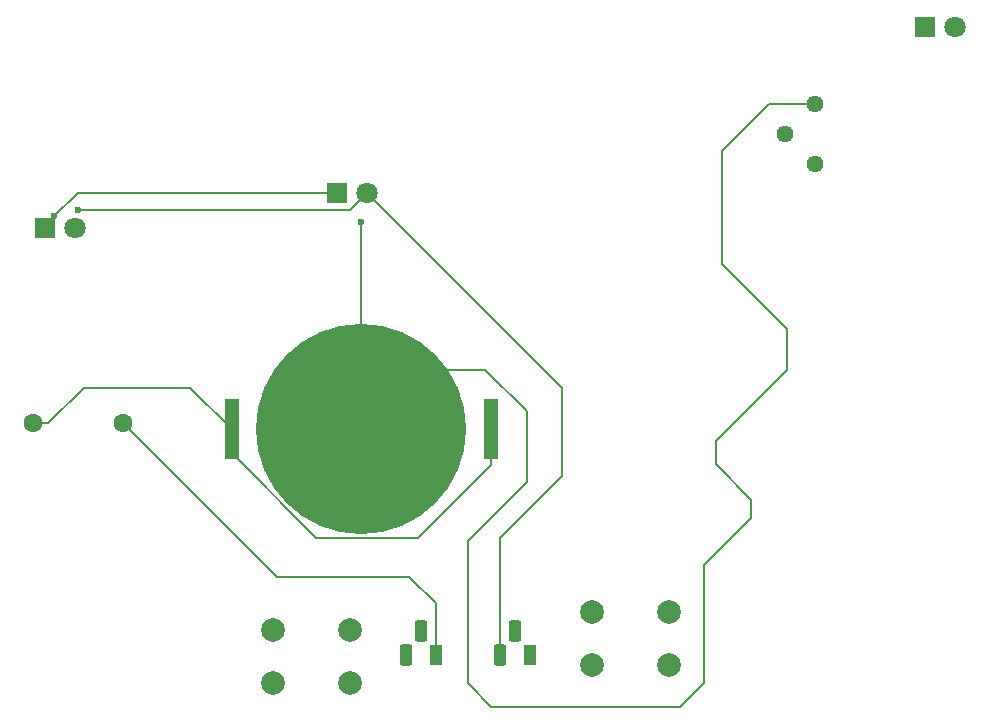
<source format=gbr>
%TF.GenerationSoftware,KiCad,Pcbnew,9.0.2*%
%TF.CreationDate,2025-05-13T19:13:24+05:30*%
%TF.ProjectId,transisted,7472616e-7369-4737-9465-642e6b696361,rev?*%
%TF.SameCoordinates,Original*%
%TF.FileFunction,Copper,L2,Bot*%
%TF.FilePolarity,Positive*%
%FSLAX46Y46*%
G04 Gerber Fmt 4.6, Leading zero omitted, Abs format (unit mm)*
G04 Created by KiCad (PCBNEW 9.0.2) date 2025-05-13 19:13:24*
%MOMM*%
%LPD*%
G01*
G04 APERTURE LIST*
G04 Aperture macros list*
%AMRoundRect*
0 Rectangle with rounded corners*
0 $1 Rounding radius*
0 $2 $3 $4 $5 $6 $7 $8 $9 X,Y pos of 4 corners*
0 Add a 4 corners polygon primitive as box body*
4,1,4,$2,$3,$4,$5,$6,$7,$8,$9,$2,$3,0*
0 Add four circle primitives for the rounded corners*
1,1,$1+$1,$2,$3*
1,1,$1+$1,$4,$5*
1,1,$1+$1,$6,$7*
1,1,$1+$1,$8,$9*
0 Add four rect primitives between the rounded corners*
20,1,$1+$1,$2,$3,$4,$5,0*
20,1,$1+$1,$4,$5,$6,$7,0*
20,1,$1+$1,$6,$7,$8,$9,0*
20,1,$1+$1,$8,$9,$2,$3,0*%
G04 Aperture macros list end*
%TA.AperFunction,ComponentPad*%
%ADD10C,2.000000*%
%TD*%
%TA.AperFunction,ComponentPad*%
%ADD11C,1.440000*%
%TD*%
%TA.AperFunction,ComponentPad*%
%ADD12C,1.600000*%
%TD*%
%TA.AperFunction,ComponentPad*%
%ADD13R,1.100000X1.800000*%
%TD*%
%TA.AperFunction,ComponentPad*%
%ADD14RoundRect,0.275000X0.275000X0.625000X-0.275000X0.625000X-0.275000X-0.625000X0.275000X-0.625000X0*%
%TD*%
%TA.AperFunction,ComponentPad*%
%ADD15R,1.800000X1.800000*%
%TD*%
%TA.AperFunction,ComponentPad*%
%ADD16C,1.800000*%
%TD*%
%TA.AperFunction,SMDPad,CuDef*%
%ADD17R,1.270000X5.080000*%
%TD*%
%TA.AperFunction,SMDPad,CuDef*%
%ADD18C,17.800000*%
%TD*%
%TA.AperFunction,ViaPad*%
%ADD19C,0.600000*%
%TD*%
%TA.AperFunction,Conductor*%
%ADD20C,0.200000*%
%TD*%
G04 APERTURE END LIST*
D10*
%TO.P,SW2,1,1*%
%TO.N,Net-(Q1-B)*%
X77000000Y-103500000D03*
X70500000Y-103500000D03*
%TO.P,SW2,2,2*%
%TO.N,Net-(Q2-B)*%
X77000000Y-108000000D03*
X70500000Y-108000000D03*
%TD*%
%TO.P,SW1,1,1*%
%TO.N,Net-(Q1-B)*%
X104000000Y-102000000D03*
X97500000Y-102000000D03*
%TO.P,SW1,2,2*%
%TO.N,Net-(Q1-C)*%
X104000000Y-106500000D03*
X97500000Y-106500000D03*
%TD*%
D11*
%TO.P,RV1,1,1*%
%TO.N,Net-(Q2-E)*%
X116440000Y-64040000D03*
%TO.P,RV1,2,2*%
%TO.N,Net-(D3-A)*%
X113900000Y-61500000D03*
%TO.P,RV1,3,3*%
%TO.N,Net-(BT1--)*%
X116440000Y-58960000D03*
%TD*%
D12*
%TO.P,R1,1*%
%TO.N,Net-(Q1-C)*%
X57810000Y-86000000D03*
%TO.P,R1,2*%
%TO.N,Net-(BT1-+)*%
X50190000Y-86000000D03*
%TD*%
D13*
%TO.P,Q2,1,C*%
%TO.N,Net-(Q1-C)*%
X84270000Y-105670000D03*
D14*
%TO.P,Q2,2,B*%
%TO.N,Net-(Q2-B)*%
X83000000Y-103600000D03*
%TO.P,Q2,3,E*%
%TO.N,Net-(Q2-E)*%
X81730000Y-105670000D03*
%TD*%
D13*
%TO.P,Q1,1,C*%
%TO.N,Net-(Q1-C)*%
X92270000Y-105670000D03*
D14*
%TO.P,Q1,2,B*%
%TO.N,Net-(Q1-B)*%
X91000000Y-103600000D03*
%TO.P,Q1,3,E*%
%TO.N,Net-(D1-A)*%
X89730000Y-105670000D03*
%TD*%
D15*
%TO.P,D3,1,K*%
%TO.N,Net-(BT1--)*%
X125725000Y-52500000D03*
D16*
%TO.P,D3,2,A*%
%TO.N,Net-(D3-A)*%
X128265000Y-52500000D03*
%TD*%
D15*
%TO.P,D2,1,K*%
%TO.N,Net-(BT1--)*%
X51225000Y-69500000D03*
D16*
%TO.P,D2,2,A*%
%TO.N,Net-(D1-A)*%
X53765000Y-69500000D03*
%TD*%
D15*
%TO.P,D1,1,K*%
%TO.N,Net-(BT1--)*%
X75960000Y-66500000D03*
D16*
%TO.P,D1,2,A*%
%TO.N,Net-(D1-A)*%
X78500000Y-66500000D03*
%TD*%
D17*
%TO.P,BT1,1,+*%
%TO.N,Net-(BT1-+)*%
X88970000Y-86500000D03*
X67000000Y-86500000D03*
D18*
%TO.P,BT1,2,-*%
%TO.N,Net-(BT1--)*%
X77985000Y-86500000D03*
%TD*%
D19*
%TO.N,Net-(BT1--)*%
X78000000Y-69000000D03*
%TO.N,Net-(D1-A)*%
X54000000Y-68000000D03*
%TO.N,Net-(BT1--)*%
X52000000Y-68500000D03*
%TD*%
D20*
%TO.N,Net-(BT1--)*%
X105000000Y-110000000D02*
X89000000Y-110000000D01*
X111000000Y-92500000D02*
X111000000Y-94000000D01*
X114000000Y-81500000D02*
X108000000Y-87500000D01*
X107000000Y-108000000D02*
X105000000Y-110000000D01*
X107000000Y-98000000D02*
X107000000Y-108000000D01*
X108000000Y-87500000D02*
X108000000Y-89500000D01*
X88500000Y-81500000D02*
X82985000Y-81500000D01*
X111000000Y-94000000D02*
X107000000Y-98000000D01*
X92000000Y-91000000D02*
X92000000Y-85000000D01*
X114000000Y-78000000D02*
X114000000Y-81500000D01*
X112540000Y-58960000D02*
X108500000Y-63000000D01*
X108500000Y-72500000D02*
X114000000Y-78000000D01*
X108000000Y-89500000D02*
X111000000Y-92500000D01*
X108500000Y-63000000D02*
X108500000Y-72500000D01*
X89000000Y-110000000D02*
X87000000Y-108000000D01*
X116440000Y-58960000D02*
X112540000Y-58960000D01*
X87000000Y-108000000D02*
X87000000Y-96000000D01*
X87000000Y-96000000D02*
X92000000Y-91000000D01*
X92000000Y-85000000D02*
X88500000Y-81500000D01*
X82985000Y-81500000D02*
X77985000Y-86500000D01*
X77985000Y-69015000D02*
X78000000Y-69000000D01*
X77985000Y-86500000D02*
X77985000Y-69015000D01*
%TO.N,Net-(BT1-+)*%
X67000000Y-86500000D02*
X67000000Y-88527179D01*
X67000000Y-88527179D02*
X74173821Y-95701000D01*
X74173821Y-95701000D02*
X82799000Y-95701000D01*
X82799000Y-95701000D02*
X88970000Y-89530000D01*
X88970000Y-89530000D02*
X88970000Y-86500000D01*
%TO.N,Net-(Q1-C)*%
X84270000Y-105270000D02*
X84270000Y-101270000D01*
X82000000Y-99000000D02*
X70810000Y-99000000D01*
X84270000Y-101270000D02*
X82000000Y-99000000D01*
X70810000Y-99000000D02*
X57810000Y-86000000D01*
%TO.N,Net-(BT1-+)*%
X88970000Y-86500000D02*
X88970000Y-84472821D01*
X67000000Y-84472821D02*
X67000000Y-86500000D01*
X51500000Y-86000000D02*
X54500000Y-83000000D01*
X50190000Y-86000000D02*
X51500000Y-86000000D01*
X54500000Y-83000000D02*
X63500000Y-83000000D01*
X63500000Y-83000000D02*
X67000000Y-86500000D01*
%TO.N,Net-(D1-A)*%
X89730000Y-105270000D02*
X89730000Y-95770000D01*
X89730000Y-95770000D02*
X95000000Y-90500000D01*
X95000000Y-90500000D02*
X95000000Y-83000000D01*
X95000000Y-83000000D02*
X78500000Y-66500000D01*
X77000000Y-68000000D02*
X78500000Y-66500000D01*
X54000000Y-68000000D02*
X77000000Y-68000000D01*
%TO.N,Net-(BT1--)*%
X54000000Y-66500000D02*
X75960000Y-66500000D01*
X52000000Y-68500000D02*
X54000000Y-66500000D01*
%TD*%
M02*

</source>
